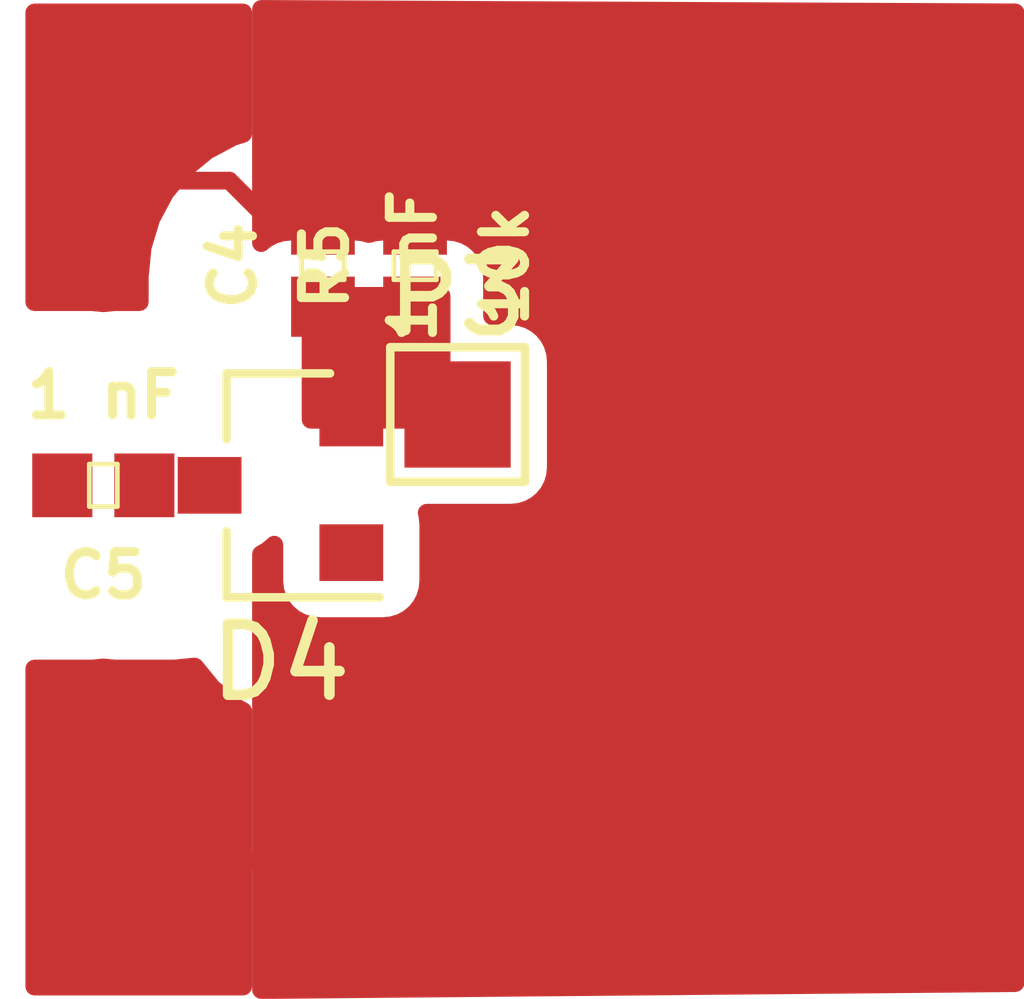
<source format=kicad_pcb>
(kicad_pcb (version 20171130) (host pcbnew 5.1.5+dfsg1-2~bpo9+1)

  (general
    (thickness 1.6)
    (drawings 0)
    (tracks 10)
    (zones 0)
    (modules 5)
    (nets 6)
  )

  (page A4)
  (layers
    (0 F.Cu signal)
    (31 B.Cu signal)
    (32 B.Adhes user)
    (33 F.Adhes user)
    (34 B.Paste user)
    (35 F.Paste user)
    (36 B.SilkS user)
    (37 F.SilkS user)
    (38 B.Mask user)
    (39 F.Mask user)
    (40 Dwgs.User user)
    (41 Cmts.User user)
    (42 Eco1.User user)
    (43 Eco2.User user)
    (44 Edge.Cuts user)
    (45 Margin user)
    (46 B.CrtYd user)
    (47 F.CrtYd user)
    (48 B.Fab user)
    (49 F.Fab user)
  )

  (setup
    (last_trace_width 0.25)
    (trace_clearance 0.2)
    (zone_clearance 0.1)
    (zone_45_only no)
    (trace_min 0.2)
    (via_size 0.8)
    (via_drill 0.4)
    (via_min_size 0.4)
    (via_min_drill 0.3)
    (uvia_size 0.3)
    (uvia_drill 0.1)
    (uvias_allowed no)
    (uvia_min_size 0.2)
    (uvia_min_drill 0.1)
    (edge_width 0.05)
    (segment_width 0.2)
    (pcb_text_width 0.3)
    (pcb_text_size 1.5 1.5)
    (mod_edge_width 0.12)
    (mod_text_size 1 1)
    (mod_text_width 0.15)
    (pad_size 1.524 1.524)
    (pad_drill 0.762)
    (pad_to_mask_clearance 0.051)
    (solder_mask_min_width 0.25)
    (aux_axis_origin 80.4 85.7)
    (grid_origin 80.4 85.7)
    (visible_elements FFFFFF7F)
    (pcbplotparams
      (layerselection 0x00000_7fffffff)
      (usegerberextensions false)
      (usegerberattributes false)
      (usegerberadvancedattributes false)
      (creategerberjobfile false)
      (excludeedgelayer true)
      (linewidth 0.020000)
      (plotframeref false)
      (viasonmask false)
      (mode 1)
      (useauxorigin true)
      (hpglpennumber 1)
      (hpglpenspeed 20)
      (hpglpendiameter 15.000000)
      (psnegative false)
      (psa4output false)
      (plotreference true)
      (plotvalue true)
      (plotinvisibletext false)
      (padsonsilk false)
      (subtractmaskfromsilk false)
      (outputformat 1)
      (mirror false)
      (drillshape 0)
      (scaleselection 1)
      (outputdirectory ""))
  )

  (net 0 "")
  (net 1 GND)
  (net 2 "Net-(C4-Pad1)")
  (net 3 "Net-(D4-Pad1)")
  (net 4 "Net-(C5-Pad2)")
  (net 5 "Net-(C5-Pad1)")

  (net_class Default "This is the default net class."
    (clearance 0.2)
    (trace_width 0.25)
    (via_dia 0.8)
    (via_drill 0.4)
    (uvia_dia 0.3)
    (uvia_drill 0.1)
    (add_net GND)
    (add_net "Net-(C4-Pad1)")
    (add_net "Net-(C5-Pad1)")
    (add_net "Net-(C5-Pad2)")
    (add_net "Net-(D4-Pad1)")
  )

  (module Capacitors:0402 (layer F.Cu) (tedit 200000) (tstamp 5F31AE15)
    (at 86 89.500001 90)
    (descr "GENERIC 1005 (0402) PACKAGE")
    (tags "GENERIC 1005 (0402) PACKAGE")
    (path /5F332B76)
    (attr smd)
    (fp_text reference R5 (at 0 -1.27 90) (layer F.SilkS)
      (effects (font (size 0.6096 0.6096) (thickness 0.127)))
    )
    (fp_text value 10k (at 0 1.27 90) (layer F.SilkS)
      (effects (font (size 0.6096 0.6096) (thickness 0.127)))
    )
    (fp_line (start -1.19888 0.6477) (end -1.19888 -0.6477) (layer F.CrtYd) (width 0.0508))
    (fp_line (start 1.19888 0.6477) (end -1.19888 0.6477) (layer F.CrtYd) (width 0.0508))
    (fp_line (start 1.19888 -0.6477) (end 1.19888 0.6477) (layer F.CrtYd) (width 0.0508))
    (fp_line (start -1.19888 -0.6477) (end 1.19888 -0.6477) (layer F.CrtYd) (width 0.0508))
    (fp_line (start 0.26924 0.2286) (end -0.26924 0.2286) (layer Dwgs.User) (width 0.1524))
    (fp_line (start -0.26924 -0.2286) (end 0.26924 -0.2286) (layer Dwgs.User) (width 0.1524))
    (fp_line (start -0.19812 0.29972) (end -0.19812 -0.29972) (layer F.SilkS) (width 0.06604))
    (fp_line (start -0.19812 -0.29972) (end 0.19812 -0.29972) (layer F.SilkS) (width 0.06604))
    (fp_line (start 0.19812 0.29972) (end 0.19812 -0.29972) (layer F.SilkS) (width 0.06604))
    (fp_line (start -0.19812 0.29972) (end 0.19812 0.29972) (layer F.SilkS) (width 0.06604))
    (fp_line (start 0.25654 0.3048) (end 0.25654 -0.3048) (layer Dwgs.User) (width 0.06604))
    (fp_line (start 0.25654 -0.3048) (end 0.5588 -0.3048) (layer Dwgs.User) (width 0.06604))
    (fp_line (start 0.5588 0.3048) (end 0.5588 -0.3048) (layer Dwgs.User) (width 0.06604))
    (fp_line (start 0.25654 0.3048) (end 0.5588 0.3048) (layer Dwgs.User) (width 0.06604))
    (fp_line (start -0.55372 0.3048) (end -0.55372 -0.3048) (layer Dwgs.User) (width 0.06604))
    (fp_line (start -0.55372 -0.3048) (end -0.254 -0.3048) (layer Dwgs.User) (width 0.06604))
    (fp_line (start -0.254 0.3048) (end -0.254 -0.3048) (layer Dwgs.User) (width 0.06604))
    (fp_line (start -0.55372 0.3048) (end -0.254 0.3048) (layer Dwgs.User) (width 0.06604))
    (pad 2 smd rect (at 0.57912 0 90) (size 0.84836 0.89916) (layers F.Cu F.Paste F.Mask)
      (net 1 GND) (solder_mask_margin 0.1016))
    (pad 1 smd rect (at -0.57912 0 90) (size 0.84836 0.89916) (layers F.Cu F.Paste F.Mask)
      (net 2 "Net-(C4-Pad1)") (solder_mask_margin 0.1016))
  )

  (module Capacitors:0402 (layer F.Cu) (tedit 200000) (tstamp 5F31B2CA)
    (at 81.6 92.6 180)
    (descr "GENERIC 1005 (0402) PACKAGE")
    (tags "GENERIC 1005 (0402) PACKAGE")
    (path /5F339B4B)
    (attr smd)
    (fp_text reference C5 (at 0 -1.27) (layer F.SilkS)
      (effects (font (size 0.6096 0.6096) (thickness 0.127)))
    )
    (fp_text value "1 nF" (at 0 1.27) (layer F.SilkS)
      (effects (font (size 0.6096 0.6096) (thickness 0.127)))
    )
    (fp_line (start -1.19888 0.6477) (end -1.19888 -0.6477) (layer F.CrtYd) (width 0.0508))
    (fp_line (start 1.19888 0.6477) (end -1.19888 0.6477) (layer F.CrtYd) (width 0.0508))
    (fp_line (start 1.19888 -0.6477) (end 1.19888 0.6477) (layer F.CrtYd) (width 0.0508))
    (fp_line (start -1.19888 -0.6477) (end 1.19888 -0.6477) (layer F.CrtYd) (width 0.0508))
    (fp_line (start 0.26924 0.2286) (end -0.26924 0.2286) (layer Dwgs.User) (width 0.1524))
    (fp_line (start -0.26924 -0.2286) (end 0.26924 -0.2286) (layer Dwgs.User) (width 0.1524))
    (fp_line (start -0.19812 0.29972) (end -0.19812 -0.29972) (layer F.SilkS) (width 0.06604))
    (fp_line (start -0.19812 -0.29972) (end 0.19812 -0.29972) (layer F.SilkS) (width 0.06604))
    (fp_line (start 0.19812 0.29972) (end 0.19812 -0.29972) (layer F.SilkS) (width 0.06604))
    (fp_line (start -0.19812 0.29972) (end 0.19812 0.29972) (layer F.SilkS) (width 0.06604))
    (fp_line (start 0.25654 0.3048) (end 0.25654 -0.3048) (layer Dwgs.User) (width 0.06604))
    (fp_line (start 0.25654 -0.3048) (end 0.5588 -0.3048) (layer Dwgs.User) (width 0.06604))
    (fp_line (start 0.5588 0.3048) (end 0.5588 -0.3048) (layer Dwgs.User) (width 0.06604))
    (fp_line (start 0.25654 0.3048) (end 0.5588 0.3048) (layer Dwgs.User) (width 0.06604))
    (fp_line (start -0.55372 0.3048) (end -0.55372 -0.3048) (layer Dwgs.User) (width 0.06604))
    (fp_line (start -0.55372 -0.3048) (end -0.254 -0.3048) (layer Dwgs.User) (width 0.06604))
    (fp_line (start -0.254 0.3048) (end -0.254 -0.3048) (layer Dwgs.User) (width 0.06604))
    (fp_line (start -0.55372 0.3048) (end -0.254 0.3048) (layer Dwgs.User) (width 0.06604))
    (pad 2 smd rect (at 0.57912 0 180) (size 0.84836 0.89916) (layers F.Cu F.Paste F.Mask)
      (net 4 "Net-(C5-Pad2)") (solder_mask_margin 0.1016))
    (pad 1 smd rect (at -0.57912 0 180) (size 0.84836 0.89916) (layers F.Cu F.Paste F.Mask)
      (net 5 "Net-(C5-Pad1)") (solder_mask_margin 0.1016))
  )

  (module Capacitors:0402 (layer F.Cu) (tedit 200000) (tstamp 5F31ACC6)
    (at 84.7 89.5 90)
    (descr "GENERIC 1005 (0402) PACKAGE")
    (tags "GENERIC 1005 (0402) PACKAGE")
    (path /5F332B68)
    (attr smd)
    (fp_text reference C4 (at 0 -1.27 90) (layer F.SilkS)
      (effects (font (size 0.6096 0.6096) (thickness 0.127)))
    )
    (fp_text value "1 nF" (at 0 1.27 90) (layer F.SilkS)
      (effects (font (size 0.6096 0.6096) (thickness 0.127)))
    )
    (fp_line (start -1.19888 0.6477) (end -1.19888 -0.6477) (layer F.CrtYd) (width 0.0508))
    (fp_line (start 1.19888 0.6477) (end -1.19888 0.6477) (layer F.CrtYd) (width 0.0508))
    (fp_line (start 1.19888 -0.6477) (end 1.19888 0.6477) (layer F.CrtYd) (width 0.0508))
    (fp_line (start -1.19888 -0.6477) (end 1.19888 -0.6477) (layer F.CrtYd) (width 0.0508))
    (fp_line (start 0.26924 0.2286) (end -0.26924 0.2286) (layer Dwgs.User) (width 0.1524))
    (fp_line (start -0.26924 -0.2286) (end 0.26924 -0.2286) (layer Dwgs.User) (width 0.1524))
    (fp_line (start -0.19812 0.29972) (end -0.19812 -0.29972) (layer F.SilkS) (width 0.06604))
    (fp_line (start -0.19812 -0.29972) (end 0.19812 -0.29972) (layer F.SilkS) (width 0.06604))
    (fp_line (start 0.19812 0.29972) (end 0.19812 -0.29972) (layer F.SilkS) (width 0.06604))
    (fp_line (start -0.19812 0.29972) (end 0.19812 0.29972) (layer F.SilkS) (width 0.06604))
    (fp_line (start 0.25654 0.3048) (end 0.25654 -0.3048) (layer Dwgs.User) (width 0.06604))
    (fp_line (start 0.25654 -0.3048) (end 0.5588 -0.3048) (layer Dwgs.User) (width 0.06604))
    (fp_line (start 0.5588 0.3048) (end 0.5588 -0.3048) (layer Dwgs.User) (width 0.06604))
    (fp_line (start 0.25654 0.3048) (end 0.5588 0.3048) (layer Dwgs.User) (width 0.06604))
    (fp_line (start -0.55372 0.3048) (end -0.55372 -0.3048) (layer Dwgs.User) (width 0.06604))
    (fp_line (start -0.55372 -0.3048) (end -0.254 -0.3048) (layer Dwgs.User) (width 0.06604))
    (fp_line (start -0.254 0.3048) (end -0.254 -0.3048) (layer Dwgs.User) (width 0.06604))
    (fp_line (start -0.55372 0.3048) (end -0.254 0.3048) (layer Dwgs.User) (width 0.06604))
    (pad 2 smd rect (at 0.57912 0 90) (size 0.84836 0.89916) (layers F.Cu F.Paste F.Mask)
      (net 1 GND) (solder_mask_margin 0.1016))
    (pad 1 smd rect (at -0.57912 0 90) (size 0.84836 0.89916) (layers F.Cu F.Paste F.Mask)
      (net 2 "Net-(C4-Pad1)") (solder_mask_margin 0.1016))
  )

  (module TestPoint:TestPoint_Pad_1.5x1.5mm (layer F.Cu) (tedit 5A0F774F) (tstamp 5F31AD95)
    (at 86.6 91.6)
    (descr "SMD rectangular pad as test Point, square 1.5mm side length")
    (tags "test point SMD pad rectangle square")
    (path /5F332B8B)
    (attr virtual)
    (fp_text reference P3 (at 0 -1.648) (layer F.SilkS)
      (effects (font (size 1 1) (thickness 0.15)))
    )
    (fp_text value a (at 0 1.75) (layer F.Fab)
      (effects (font (size 1 1) (thickness 0.15)))
    )
    (fp_line (start 1.25 1.25) (end -1.25 1.25) (layer F.CrtYd) (width 0.05))
    (fp_line (start 1.25 1.25) (end 1.25 -1.25) (layer F.CrtYd) (width 0.05))
    (fp_line (start -1.25 -1.25) (end -1.25 1.25) (layer F.CrtYd) (width 0.05))
    (fp_line (start -1.25 -1.25) (end 1.25 -1.25) (layer F.CrtYd) (width 0.05))
    (fp_line (start -0.95 0.95) (end -0.95 -0.95) (layer F.SilkS) (width 0.12))
    (fp_line (start 0.95 0.95) (end -0.95 0.95) (layer F.SilkS) (width 0.12))
    (fp_line (start 0.95 -0.95) (end 0.95 0.95) (layer F.SilkS) (width 0.12))
    (fp_line (start -0.95 -0.95) (end 0.95 -0.95) (layer F.SilkS) (width 0.12))
    (fp_text user %R (at 0 -1.65) (layer F.Fab)
      (effects (font (size 1 1) (thickness 0.15)))
    )
    (pad 1 smd rect (at 0 0) (size 1.5 1.5) (layers F.Cu F.Mask)
      (net 2 "Net-(C4-Pad1)"))
  )

  (module Package_TO_SOT_SMD:SOT-23 (layer F.Cu) (tedit 5A02FF57) (tstamp 5F31AD53)
    (at 84.1 92.6 180)
    (descr "SOT-23, Standard")
    (tags SOT-23)
    (path /5F332B6E)
    (attr smd)
    (fp_text reference D4 (at 0 -2.5) (layer F.SilkS)
      (effects (font (size 1 1) (thickness 0.15)))
    )
    (fp_text value BAT15-04 (at 0 2.5) (layer F.Fab)
      (effects (font (size 1 1) (thickness 0.15)))
    )
    (fp_line (start 0.76 1.58) (end -0.7 1.58) (layer F.SilkS) (width 0.12))
    (fp_line (start 0.76 -1.58) (end -1.4 -1.58) (layer F.SilkS) (width 0.12))
    (fp_line (start -1.7 1.75) (end -1.7 -1.75) (layer F.CrtYd) (width 0.05))
    (fp_line (start 1.7 1.75) (end -1.7 1.75) (layer F.CrtYd) (width 0.05))
    (fp_line (start 1.7 -1.75) (end 1.7 1.75) (layer F.CrtYd) (width 0.05))
    (fp_line (start -1.7 -1.75) (end 1.7 -1.75) (layer F.CrtYd) (width 0.05))
    (fp_line (start 0.76 -1.58) (end 0.76 -0.65) (layer F.SilkS) (width 0.12))
    (fp_line (start 0.76 1.58) (end 0.76 0.65) (layer F.SilkS) (width 0.12))
    (fp_line (start -0.7 1.52) (end 0.7 1.52) (layer F.Fab) (width 0.1))
    (fp_line (start 0.7 -1.52) (end 0.7 1.52) (layer F.Fab) (width 0.1))
    (fp_line (start -0.7 -0.95) (end -0.15 -1.52) (layer F.Fab) (width 0.1))
    (fp_line (start -0.15 -1.52) (end 0.7 -1.52) (layer F.Fab) (width 0.1))
    (fp_line (start -0.7 -0.95) (end -0.7 1.5) (layer F.Fab) (width 0.1))
    (fp_text user %R (at 0 0 90) (layer F.Fab)
      (effects (font (size 0.5 0.5) (thickness 0.075)))
    )
    (pad 3 smd rect (at 1 0 180) (size 0.9 0.8) (layers F.Cu F.Paste F.Mask)
      (net 5 "Net-(C5-Pad1)"))
    (pad 2 smd rect (at -1 0.95 180) (size 0.9 0.8) (layers F.Cu F.Paste F.Mask)
      (net 2 "Net-(C4-Pad1)"))
    (pad 1 smd rect (at -1 -0.95 180) (size 0.9 0.8) (layers F.Cu F.Paste F.Mask)
      (net 3 "Net-(D4-Pad1)"))
    (model ${KISYS3DMOD}/Package_TO_SOT_SMD.3dshapes/SOT-23.wrl
      (at (xyz 0 0 0))
      (scale (xyz 1 1 1))
      (rotate (xyz 0 0 0))
    )
  )

  (segment (start 84.00042 88.92088) (end 83.37954 88.3) (width 0.25) (layer F.Cu) (net 1))
  (segment (start 84.7 88.92088) (end 84.00042 88.92088) (width 0.25) (layer F.Cu) (net 1))
  (segment (start 83.37954 88.3) (end 81.6 88.3) (width 0.25) (layer F.Cu) (net 1))
  (segment (start 86.69958 88.920881) (end 86.920461 88.7) (width 0.25) (layer F.Cu) (net 1))
  (segment (start 86 88.920881) (end 86.69958 88.920881) (width 0.25) (layer F.Cu) (net 1))
  (segment (start 86.920461 88.7) (end 90.7 88.7) (width 0.25) (layer F.Cu) (net 1))
  (segment (start 90.7 88.7) (end 91.1 89.1) (width 0.25) (layer F.Cu) (net 1))
  (segment (start 91.1 89.1) (end 91.1 94.6) (width 0.25) (layer F.Cu) (net 1))
  (segment (start 91.1 94.6) (end 87.8 97.9) (width 0.25) (layer F.Cu) (net 1))
  (segment (start 87.8 97.9) (end 81.4 97.9) (width 0.25) (layer F.Cu) (net 1))

  (zone (net 1) (net_name GND) (layer F.Cu) (tstamp 5F31B5F2) (hatch edge 0.508)
    (connect_pads yes (clearance 0.508))
    (min_thickness 0.254)
    (fill yes (arc_segments 32) (thermal_gap 0.508) (thermal_bridge_width 0.508))
    (polygon
      (pts
        (xy 94.6 85.8) (xy 94.6 99.75) (xy 83.7 99.85) (xy 83.7 85.75)
      )
    )
    (filled_polygon
      (pts
        (xy 94.473 85.926419) (xy 94.473 99.624159) (xy 83.827 99.721829) (xy 83.827 93.571959) (xy 83.904494 93.530537)
        (xy 84.001185 93.451185) (xy 84.011928 93.438095) (xy 84.011928 93.95) (xy 84.024188 94.074482) (xy 84.060498 94.19418)
        (xy 84.119463 94.304494) (xy 84.198815 94.401185) (xy 84.295506 94.480537) (xy 84.40582 94.539502) (xy 84.525518 94.575812)
        (xy 84.65 94.588072) (xy 85.55 94.588072) (xy 85.674482 94.575812) (xy 85.79418 94.539502) (xy 85.904494 94.480537)
        (xy 86.001185 94.401185) (xy 86.080537 94.304494) (xy 86.139502 94.19418) (xy 86.175812 94.074482) (xy 86.188072 93.95)
        (xy 86.188072 93.15) (xy 86.175812 93.025518) (xy 86.164453 92.988072) (xy 87.35 92.988072) (xy 87.474482 92.975812)
        (xy 87.59418 92.939502) (xy 87.704494 92.880537) (xy 87.801185 92.801185) (xy 87.880537 92.704494) (xy 87.939502 92.59418)
        (xy 87.975812 92.474482) (xy 87.988072 92.35) (xy 87.988072 90.85) (xy 87.975812 90.725518) (xy 87.939502 90.60582)
        (xy 87.880537 90.495506) (xy 87.801185 90.398815) (xy 87.704494 90.319463) (xy 87.59418 90.260498) (xy 87.474482 90.224188)
        (xy 87.35 90.211928) (xy 87.087652 90.211928) (xy 87.087652 89.654941) (xy 87.075392 89.530459) (xy 87.039082 89.410761)
        (xy 86.980117 89.300447) (xy 86.900765 89.203756) (xy 86.804074 89.124404) (xy 86.69376 89.065439) (xy 86.574062 89.029129)
        (xy 86.44958 89.016869) (xy 85.55042 89.016869) (xy 85.425938 89.029129) (xy 85.350002 89.052164) (xy 85.274062 89.029128)
        (xy 85.14958 89.016868) (xy 84.25042 89.016868) (xy 84.125938 89.029128) (xy 84.00624 89.065438) (xy 83.895926 89.124403)
        (xy 83.827 89.180969) (xy 83.827 85.877584)
      )
    )
  )
  (zone (net 1) (net_name GND) (layer F.Cu) (tstamp 5F31B5EF) (hatch edge 0.508)
    (connect_pads yes (clearance 2))
    (min_thickness 0.254)
    (fill yes (arc_segments 32) (thermal_gap 0.508) (thermal_bridge_width 0.508))
    (polygon
      (pts
        (xy 83.7 99.8) (xy 80.5 99.8) (xy 80.5 85.8) (xy 83.7 85.8)
      )
    )
    (filled_polygon
      (pts
        (xy 83.138707 95.461293) (xy 83.462585 95.727093) (xy 83.573 95.786111) (xy 83.573 99.673) (xy 80.627 99.673)
        (xy 80.627 95.186871) (xy 81.44506 95.186871) (xy 81.6 95.171611) (xy 81.75494 95.186871) (xy 82.6033 95.186871)
        (xy 82.890297 95.158605)
      )
    )
    (filled_polygon
      (pts
        (xy 83.573 87.637725) (xy 83.432514 87.680341) (xy 83.063005 87.877847) (xy 82.739127 88.143647) (xy 82.473327 88.467525)
        (xy 82.275821 88.837034) (xy 82.154196 89.237975) (xy 82.113129 89.65494) (xy 82.113129 90.013129) (xy 81.75494 90.013129)
        (xy 81.6 90.028389) (xy 81.44506 90.013129) (xy 80.627 90.013129) (xy 80.627 85.927) (xy 83.573 85.927)
      )
    )
  )
  (zone (net 2) (net_name "Net-(C4-Pad1)") (layer F.Cu) (tstamp 0) (hatch edge 0.508)
    (connect_pads yes (clearance 0.1))
    (min_thickness 0.254)
    (fill yes (arc_segments 32) (thermal_gap 0.508) (thermal_bridge_width 0.508))
    (polygon
      (pts
        (xy 86.5 91.8) (xy 84.4 91.8) (xy 84.4 89.8) (xy 86.5 89.8)
      )
    )
    (filled_polygon
      (pts
        (xy 86.373 91.673) (xy 84.527 91.673) (xy 84.527 89.927) (xy 86.373 89.927)
      )
    )
  )
)

</source>
